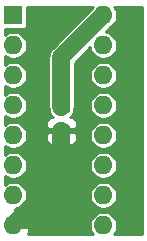
<source format=gbr>
G04 #@! TF.GenerationSoftware,KiCad,Pcbnew,(5.1.5)-3*
G04 #@! TF.CreationDate,2020-06-23T05:06:26-04:00*
G04 #@! TF.ProjectId,dip16tssop,64697031-3674-4737-936f-702e6b696361,rev?*
G04 #@! TF.SameCoordinates,Original*
G04 #@! TF.FileFunction,Copper,L2,Bot*
G04 #@! TF.FilePolarity,Positive*
%FSLAX46Y46*%
G04 Gerber Fmt 4.6, Leading zero omitted, Abs format (unit mm)*
G04 Created by KiCad (PCBNEW (5.1.5)-3) date 2020-06-23 05:06:26*
%MOMM*%
%LPD*%
G04 APERTURE LIST*
%ADD10C,0.100000*%
%ADD11R,1.600000X1.600000*%
%ADD12O,1.600000X1.600000*%
%ADD13C,0.800000*%
%ADD14C,1.500000*%
%ADD15C,0.239000*%
G04 APERTURE END LIST*
G04 #@! TA.AperFunction,SMDPad,CuDef*
D10*
G36*
X111218505Y-78284204D02*
G01*
X111242773Y-78287804D01*
X111266572Y-78293765D01*
X111289671Y-78302030D01*
X111311850Y-78312520D01*
X111332893Y-78325132D01*
X111352599Y-78339747D01*
X111370777Y-78356223D01*
X111387253Y-78374401D01*
X111401868Y-78394107D01*
X111414480Y-78415150D01*
X111424970Y-78437329D01*
X111433235Y-78460428D01*
X111439196Y-78484227D01*
X111442796Y-78508495D01*
X111444000Y-78532999D01*
X111444000Y-79183001D01*
X111442796Y-79207505D01*
X111439196Y-79231773D01*
X111433235Y-79255572D01*
X111424970Y-79278671D01*
X111414480Y-79300850D01*
X111401868Y-79321893D01*
X111387253Y-79341599D01*
X111370777Y-79359777D01*
X111352599Y-79376253D01*
X111332893Y-79390868D01*
X111311850Y-79403480D01*
X111289671Y-79413970D01*
X111266572Y-79422235D01*
X111242773Y-79428196D01*
X111218505Y-79431796D01*
X111194001Y-79433000D01*
X110293999Y-79433000D01*
X110269495Y-79431796D01*
X110245227Y-79428196D01*
X110221428Y-79422235D01*
X110198329Y-79413970D01*
X110176150Y-79403480D01*
X110155107Y-79390868D01*
X110135401Y-79376253D01*
X110117223Y-79359777D01*
X110100747Y-79341599D01*
X110086132Y-79321893D01*
X110073520Y-79300850D01*
X110063030Y-79278671D01*
X110054765Y-79255572D01*
X110048804Y-79231773D01*
X110045204Y-79207505D01*
X110044000Y-79183001D01*
X110044000Y-78532999D01*
X110045204Y-78508495D01*
X110048804Y-78484227D01*
X110054765Y-78460428D01*
X110063030Y-78437329D01*
X110073520Y-78415150D01*
X110086132Y-78394107D01*
X110100747Y-78374401D01*
X110117223Y-78356223D01*
X110135401Y-78339747D01*
X110155107Y-78325132D01*
X110176150Y-78312520D01*
X110198329Y-78302030D01*
X110221428Y-78293765D01*
X110245227Y-78287804D01*
X110269495Y-78284204D01*
X110293999Y-78283000D01*
X111194001Y-78283000D01*
X111218505Y-78284204D01*
G37*
G04 #@! TD.AperFunction*
G04 #@! TA.AperFunction,SMDPad,CuDef*
G36*
X111218505Y-80334204D02*
G01*
X111242773Y-80337804D01*
X111266572Y-80343765D01*
X111289671Y-80352030D01*
X111311850Y-80362520D01*
X111332893Y-80375132D01*
X111352599Y-80389747D01*
X111370777Y-80406223D01*
X111387253Y-80424401D01*
X111401868Y-80444107D01*
X111414480Y-80465150D01*
X111424970Y-80487329D01*
X111433235Y-80510428D01*
X111439196Y-80534227D01*
X111442796Y-80558495D01*
X111444000Y-80582999D01*
X111444000Y-81233001D01*
X111442796Y-81257505D01*
X111439196Y-81281773D01*
X111433235Y-81305572D01*
X111424970Y-81328671D01*
X111414480Y-81350850D01*
X111401868Y-81371893D01*
X111387253Y-81391599D01*
X111370777Y-81409777D01*
X111352599Y-81426253D01*
X111332893Y-81440868D01*
X111311850Y-81453480D01*
X111289671Y-81463970D01*
X111266572Y-81472235D01*
X111242773Y-81478196D01*
X111218505Y-81481796D01*
X111194001Y-81483000D01*
X110293999Y-81483000D01*
X110269495Y-81481796D01*
X110245227Y-81478196D01*
X110221428Y-81472235D01*
X110198329Y-81463970D01*
X110176150Y-81453480D01*
X110155107Y-81440868D01*
X110135401Y-81426253D01*
X110117223Y-81409777D01*
X110100747Y-81391599D01*
X110086132Y-81371893D01*
X110073520Y-81350850D01*
X110063030Y-81328671D01*
X110054765Y-81305572D01*
X110048804Y-81281773D01*
X110045204Y-81257505D01*
X110044000Y-81233001D01*
X110044000Y-80582999D01*
X110045204Y-80558495D01*
X110048804Y-80534227D01*
X110054765Y-80510428D01*
X110063030Y-80487329D01*
X110073520Y-80465150D01*
X110086132Y-80444107D01*
X110100747Y-80424401D01*
X110117223Y-80406223D01*
X110135401Y-80389747D01*
X110155107Y-80375132D01*
X110176150Y-80362520D01*
X110198329Y-80352030D01*
X110221428Y-80343765D01*
X110245227Y-80337804D01*
X110269495Y-80334204D01*
X110293999Y-80333000D01*
X111194001Y-80333000D01*
X111218505Y-80334204D01*
G37*
G04 #@! TD.AperFunction*
D11*
X106680000Y-71120000D03*
D12*
X114300000Y-88900000D03*
X106680000Y-73660000D03*
X114300000Y-86360000D03*
X106680000Y-76200000D03*
X114300000Y-83820000D03*
X106680000Y-78740000D03*
X114300000Y-81280000D03*
X106680000Y-81280000D03*
X114300000Y-78740000D03*
X106680000Y-83820000D03*
X114300000Y-76200000D03*
X106680000Y-86360000D03*
X114300000Y-73660000D03*
X106680000Y-88900000D03*
X114300000Y-71120000D03*
D13*
X110490000Y-71882000D03*
X108839000Y-73914000D03*
X116586000Y-88392000D03*
X116586000Y-71374000D03*
X108305600Y-81102200D03*
X108305600Y-78917800D03*
D14*
X110744000Y-74676000D02*
X114300000Y-71120000D01*
X110744000Y-78858000D02*
X110744000Y-74676000D01*
X110744000Y-84836000D02*
X110744000Y-80908000D01*
X106680000Y-88900000D02*
X110744000Y-84836000D01*
D15*
G36*
X113273351Y-70571245D02*
G01*
X113267872Y-70584472D01*
X109998679Y-73853667D01*
X109956381Y-73888380D01*
X109866482Y-73997922D01*
X109817857Y-74057172D01*
X109714925Y-74249744D01*
X109651540Y-74458697D01*
X109630138Y-74676000D01*
X109635501Y-74730452D01*
X109635500Y-78912449D01*
X109651540Y-79075303D01*
X109683766Y-79181538D01*
X109683766Y-79183001D01*
X109695491Y-79302052D01*
X109730217Y-79416527D01*
X109786609Y-79522028D01*
X109862499Y-79614501D01*
X109954972Y-79690391D01*
X109987897Y-79707990D01*
X109920989Y-79714580D01*
X109802704Y-79750461D01*
X109693693Y-79808728D01*
X109598144Y-79887144D01*
X109519728Y-79982693D01*
X109461461Y-80091704D01*
X109425580Y-80209989D01*
X109413464Y-80333000D01*
X109416500Y-80616625D01*
X109573375Y-80773500D01*
X110609500Y-80773500D01*
X110609500Y-80753500D01*
X110878500Y-80753500D01*
X110878500Y-80773500D01*
X111914625Y-80773500D01*
X112071500Y-80616625D01*
X112074536Y-80333000D01*
X112062420Y-80209989D01*
X112026539Y-80091704D01*
X111968272Y-79982693D01*
X111889856Y-79887144D01*
X111794307Y-79808728D01*
X111685296Y-79750461D01*
X111567011Y-79714580D01*
X111500103Y-79707990D01*
X111533028Y-79690391D01*
X111625501Y-79614501D01*
X111701391Y-79522028D01*
X111757783Y-79416527D01*
X111792509Y-79302052D01*
X111804234Y-79183001D01*
X111804234Y-79181539D01*
X111836460Y-79075304D01*
X111852500Y-78912450D01*
X111852500Y-78625898D01*
X113141500Y-78625898D01*
X113141500Y-78854102D01*
X113186021Y-79077922D01*
X113273351Y-79288755D01*
X113400135Y-79478500D01*
X113561500Y-79639865D01*
X113751245Y-79766649D01*
X113962078Y-79853979D01*
X114185898Y-79898500D01*
X114414102Y-79898500D01*
X114637922Y-79853979D01*
X114848755Y-79766649D01*
X115038500Y-79639865D01*
X115199865Y-79478500D01*
X115326649Y-79288755D01*
X115413979Y-79077922D01*
X115458500Y-78854102D01*
X115458500Y-78625898D01*
X115413979Y-78402078D01*
X115326649Y-78191245D01*
X115199865Y-78001500D01*
X115038500Y-77840135D01*
X114848755Y-77713351D01*
X114637922Y-77626021D01*
X114414102Y-77581500D01*
X114185898Y-77581500D01*
X113962078Y-77626021D01*
X113751245Y-77713351D01*
X113561500Y-77840135D01*
X113400135Y-78001500D01*
X113273351Y-78191245D01*
X113186021Y-78402078D01*
X113141500Y-78625898D01*
X111852500Y-78625898D01*
X111852500Y-76085898D01*
X113141500Y-76085898D01*
X113141500Y-76314102D01*
X113186021Y-76537922D01*
X113273351Y-76748755D01*
X113400135Y-76938500D01*
X113561500Y-77099865D01*
X113751245Y-77226649D01*
X113962078Y-77313979D01*
X114185898Y-77358500D01*
X114414102Y-77358500D01*
X114637922Y-77313979D01*
X114848755Y-77226649D01*
X115038500Y-77099865D01*
X115199865Y-76938500D01*
X115326649Y-76748755D01*
X115413979Y-76537922D01*
X115458500Y-76314102D01*
X115458500Y-76085898D01*
X115413979Y-75862078D01*
X115326649Y-75651245D01*
X115199865Y-75461500D01*
X115038500Y-75300135D01*
X114848755Y-75173351D01*
X114637922Y-75086021D01*
X114414102Y-75041500D01*
X114185898Y-75041500D01*
X113962078Y-75086021D01*
X113751245Y-75173351D01*
X113561500Y-75300135D01*
X113400135Y-75461500D01*
X113273351Y-75651245D01*
X113186021Y-75862078D01*
X113141500Y-76085898D01*
X111852500Y-76085898D01*
X111852500Y-75135154D01*
X113153454Y-73834200D01*
X113186021Y-73997922D01*
X113273351Y-74208755D01*
X113400135Y-74398500D01*
X113561500Y-74559865D01*
X113751245Y-74686649D01*
X113962078Y-74773979D01*
X114185898Y-74818500D01*
X114414102Y-74818500D01*
X114637922Y-74773979D01*
X114848755Y-74686649D01*
X115038500Y-74559865D01*
X115199865Y-74398500D01*
X115326649Y-74208755D01*
X115413979Y-73997922D01*
X115458500Y-73774102D01*
X115458500Y-73545898D01*
X115413979Y-73322078D01*
X115326649Y-73111245D01*
X115199865Y-72921500D01*
X115038500Y-72760135D01*
X114848755Y-72633351D01*
X114637922Y-72546021D01*
X114474201Y-72513455D01*
X114835528Y-72152128D01*
X114848755Y-72146649D01*
X115038500Y-72019865D01*
X115199865Y-71858500D01*
X115326649Y-71668755D01*
X115413979Y-71457922D01*
X115458500Y-71234102D01*
X115458500Y-71005898D01*
X115413979Y-70782078D01*
X115326649Y-70571245D01*
X115209220Y-70395500D01*
X117564501Y-70395500D01*
X117564500Y-89624500D01*
X115209220Y-89624500D01*
X115326649Y-89448755D01*
X115413979Y-89237922D01*
X115458500Y-89014102D01*
X115458500Y-88785898D01*
X115413979Y-88562078D01*
X115326649Y-88351245D01*
X115199865Y-88161500D01*
X115038500Y-88000135D01*
X114848755Y-87873351D01*
X114637922Y-87786021D01*
X114414102Y-87741500D01*
X114185898Y-87741500D01*
X113962078Y-87786021D01*
X113751245Y-87873351D01*
X113561500Y-88000135D01*
X113400135Y-88161500D01*
X113273351Y-88351245D01*
X113186021Y-88562078D01*
X113141500Y-88785898D01*
X113141500Y-89014102D01*
X113186021Y-89237922D01*
X113273351Y-89448755D01*
X113390780Y-89624500D01*
X107909738Y-89624500D01*
X108026922Y-89372836D01*
X108062613Y-89255161D01*
X107943486Y-89034500D01*
X106814500Y-89034500D01*
X106814500Y-89054500D01*
X106545500Y-89054500D01*
X106545500Y-89034500D01*
X106525500Y-89034500D01*
X106525500Y-88765500D01*
X106545500Y-88765500D01*
X106545500Y-88745500D01*
X106814500Y-88745500D01*
X106814500Y-88765500D01*
X107943486Y-88765500D01*
X108062613Y-88544839D01*
X108026922Y-88427164D01*
X107908796Y-88173478D01*
X107743448Y-87947712D01*
X107537232Y-87758542D01*
X107298073Y-87613237D01*
X107035162Y-87517382D01*
X106814502Y-87635719D01*
X106814502Y-87514442D01*
X107017922Y-87473979D01*
X107228755Y-87386649D01*
X107418500Y-87259865D01*
X107579865Y-87098500D01*
X107706649Y-86908755D01*
X107793979Y-86697922D01*
X107838500Y-86474102D01*
X107838500Y-86245898D01*
X113141500Y-86245898D01*
X113141500Y-86474102D01*
X113186021Y-86697922D01*
X113273351Y-86908755D01*
X113400135Y-87098500D01*
X113561500Y-87259865D01*
X113751245Y-87386649D01*
X113962078Y-87473979D01*
X114185898Y-87518500D01*
X114414102Y-87518500D01*
X114637922Y-87473979D01*
X114848755Y-87386649D01*
X115038500Y-87259865D01*
X115199865Y-87098500D01*
X115326649Y-86908755D01*
X115413979Y-86697922D01*
X115458500Y-86474102D01*
X115458500Y-86245898D01*
X115413979Y-86022078D01*
X115326649Y-85811245D01*
X115199865Y-85621500D01*
X115038500Y-85460135D01*
X114848755Y-85333351D01*
X114637922Y-85246021D01*
X114414102Y-85201500D01*
X114185898Y-85201500D01*
X113962078Y-85246021D01*
X113751245Y-85333351D01*
X113561500Y-85460135D01*
X113400135Y-85621500D01*
X113273351Y-85811245D01*
X113186021Y-86022078D01*
X113141500Y-86245898D01*
X107838500Y-86245898D01*
X107793979Y-86022078D01*
X107706649Y-85811245D01*
X107579865Y-85621500D01*
X107418500Y-85460135D01*
X107228755Y-85333351D01*
X107017922Y-85246021D01*
X106794102Y-85201500D01*
X106565898Y-85201500D01*
X106342078Y-85246021D01*
X106131245Y-85333351D01*
X105955500Y-85450780D01*
X105955500Y-84729220D01*
X106131245Y-84846649D01*
X106342078Y-84933979D01*
X106565898Y-84978500D01*
X106794102Y-84978500D01*
X107017922Y-84933979D01*
X107228755Y-84846649D01*
X107418500Y-84719865D01*
X107579865Y-84558500D01*
X107706649Y-84368755D01*
X107793979Y-84157922D01*
X107838500Y-83934102D01*
X107838500Y-83705898D01*
X113141500Y-83705898D01*
X113141500Y-83934102D01*
X113186021Y-84157922D01*
X113273351Y-84368755D01*
X113400135Y-84558500D01*
X113561500Y-84719865D01*
X113751245Y-84846649D01*
X113962078Y-84933979D01*
X114185898Y-84978500D01*
X114414102Y-84978500D01*
X114637922Y-84933979D01*
X114848755Y-84846649D01*
X115038500Y-84719865D01*
X115199865Y-84558500D01*
X115326649Y-84368755D01*
X115413979Y-84157922D01*
X115458500Y-83934102D01*
X115458500Y-83705898D01*
X115413979Y-83482078D01*
X115326649Y-83271245D01*
X115199865Y-83081500D01*
X115038500Y-82920135D01*
X114848755Y-82793351D01*
X114637922Y-82706021D01*
X114414102Y-82661500D01*
X114185898Y-82661500D01*
X113962078Y-82706021D01*
X113751245Y-82793351D01*
X113561500Y-82920135D01*
X113400135Y-83081500D01*
X113273351Y-83271245D01*
X113186021Y-83482078D01*
X113141500Y-83705898D01*
X107838500Y-83705898D01*
X107793979Y-83482078D01*
X107706649Y-83271245D01*
X107579865Y-83081500D01*
X107418500Y-82920135D01*
X107228755Y-82793351D01*
X107017922Y-82706021D01*
X106794102Y-82661500D01*
X106565898Y-82661500D01*
X106342078Y-82706021D01*
X106131245Y-82793351D01*
X105955500Y-82910780D01*
X105955500Y-82189220D01*
X106131245Y-82306649D01*
X106342078Y-82393979D01*
X106565898Y-82438500D01*
X106794102Y-82438500D01*
X107017922Y-82393979D01*
X107228755Y-82306649D01*
X107418500Y-82179865D01*
X107579865Y-82018500D01*
X107706649Y-81828755D01*
X107793979Y-81617922D01*
X107820816Y-81483000D01*
X109413464Y-81483000D01*
X109425580Y-81606011D01*
X109461461Y-81724296D01*
X109519728Y-81833307D01*
X109598144Y-81928856D01*
X109693693Y-82007272D01*
X109802704Y-82065539D01*
X109920989Y-82101420D01*
X110044000Y-82113536D01*
X110452625Y-82110500D01*
X110609500Y-81953625D01*
X110609500Y-81042500D01*
X110878500Y-81042500D01*
X110878500Y-81953625D01*
X111035375Y-82110500D01*
X111444000Y-82113536D01*
X111567011Y-82101420D01*
X111685296Y-82065539D01*
X111794307Y-82007272D01*
X111889856Y-81928856D01*
X111968272Y-81833307D01*
X112026539Y-81724296D01*
X112062420Y-81606011D01*
X112074536Y-81483000D01*
X112071500Y-81199375D01*
X112038023Y-81165898D01*
X113141500Y-81165898D01*
X113141500Y-81394102D01*
X113186021Y-81617922D01*
X113273351Y-81828755D01*
X113400135Y-82018500D01*
X113561500Y-82179865D01*
X113751245Y-82306649D01*
X113962078Y-82393979D01*
X114185898Y-82438500D01*
X114414102Y-82438500D01*
X114637922Y-82393979D01*
X114848755Y-82306649D01*
X115038500Y-82179865D01*
X115199865Y-82018500D01*
X115326649Y-81828755D01*
X115413979Y-81617922D01*
X115458500Y-81394102D01*
X115458500Y-81165898D01*
X115413979Y-80942078D01*
X115326649Y-80731245D01*
X115199865Y-80541500D01*
X115038500Y-80380135D01*
X114848755Y-80253351D01*
X114637922Y-80166021D01*
X114414102Y-80121500D01*
X114185898Y-80121500D01*
X113962078Y-80166021D01*
X113751245Y-80253351D01*
X113561500Y-80380135D01*
X113400135Y-80541500D01*
X113273351Y-80731245D01*
X113186021Y-80942078D01*
X113141500Y-81165898D01*
X112038023Y-81165898D01*
X111914625Y-81042500D01*
X110878500Y-81042500D01*
X110609500Y-81042500D01*
X109573375Y-81042500D01*
X109416500Y-81199375D01*
X109413464Y-81483000D01*
X107820816Y-81483000D01*
X107838500Y-81394102D01*
X107838500Y-81165898D01*
X107793979Y-80942078D01*
X107706649Y-80731245D01*
X107579865Y-80541500D01*
X107418500Y-80380135D01*
X107228755Y-80253351D01*
X107017922Y-80166021D01*
X106794102Y-80121500D01*
X106565898Y-80121500D01*
X106342078Y-80166021D01*
X106131245Y-80253351D01*
X105955500Y-80370780D01*
X105955500Y-79649220D01*
X106131245Y-79766649D01*
X106342078Y-79853979D01*
X106565898Y-79898500D01*
X106794102Y-79898500D01*
X107017922Y-79853979D01*
X107228755Y-79766649D01*
X107418500Y-79639865D01*
X107579865Y-79478500D01*
X107706649Y-79288755D01*
X107793979Y-79077922D01*
X107838500Y-78854102D01*
X107838500Y-78625898D01*
X107793979Y-78402078D01*
X107706649Y-78191245D01*
X107579865Y-78001500D01*
X107418500Y-77840135D01*
X107228755Y-77713351D01*
X107017922Y-77626021D01*
X106794102Y-77581500D01*
X106565898Y-77581500D01*
X106342078Y-77626021D01*
X106131245Y-77713351D01*
X105955500Y-77830780D01*
X105955500Y-77109220D01*
X106131245Y-77226649D01*
X106342078Y-77313979D01*
X106565898Y-77358500D01*
X106794102Y-77358500D01*
X107017922Y-77313979D01*
X107228755Y-77226649D01*
X107418500Y-77099865D01*
X107579865Y-76938500D01*
X107706649Y-76748755D01*
X107793979Y-76537922D01*
X107838500Y-76314102D01*
X107838500Y-76085898D01*
X107793979Y-75862078D01*
X107706649Y-75651245D01*
X107579865Y-75461500D01*
X107418500Y-75300135D01*
X107228755Y-75173351D01*
X107017922Y-75086021D01*
X106794102Y-75041500D01*
X106565898Y-75041500D01*
X106342078Y-75086021D01*
X106131245Y-75173351D01*
X105955500Y-75290780D01*
X105955500Y-74569220D01*
X106131245Y-74686649D01*
X106342078Y-74773979D01*
X106565898Y-74818500D01*
X106794102Y-74818500D01*
X107017922Y-74773979D01*
X107228755Y-74686649D01*
X107418500Y-74559865D01*
X107579865Y-74398500D01*
X107706649Y-74208755D01*
X107793979Y-73997922D01*
X107838500Y-73774102D01*
X107838500Y-73545898D01*
X107793979Y-73322078D01*
X107706649Y-73111245D01*
X107579865Y-72921500D01*
X107418500Y-72760135D01*
X107228755Y-72633351D01*
X107017922Y-72546021D01*
X106794102Y-72501500D01*
X106565898Y-72501500D01*
X106342078Y-72546021D01*
X106131245Y-72633351D01*
X105955500Y-72750780D01*
X105955500Y-72280234D01*
X107480000Y-72280234D01*
X107550278Y-72273312D01*
X107617856Y-72252813D01*
X107680135Y-72219524D01*
X107734724Y-72174724D01*
X107779524Y-72120135D01*
X107812813Y-72057856D01*
X107833312Y-71990278D01*
X107840234Y-71920000D01*
X107840234Y-70395500D01*
X113390780Y-70395500D01*
X113273351Y-70571245D01*
G37*
X113273351Y-70571245D02*
X113267872Y-70584472D01*
X109998679Y-73853667D01*
X109956381Y-73888380D01*
X109866482Y-73997922D01*
X109817857Y-74057172D01*
X109714925Y-74249744D01*
X109651540Y-74458697D01*
X109630138Y-74676000D01*
X109635501Y-74730452D01*
X109635500Y-78912449D01*
X109651540Y-79075303D01*
X109683766Y-79181538D01*
X109683766Y-79183001D01*
X109695491Y-79302052D01*
X109730217Y-79416527D01*
X109786609Y-79522028D01*
X109862499Y-79614501D01*
X109954972Y-79690391D01*
X109987897Y-79707990D01*
X109920989Y-79714580D01*
X109802704Y-79750461D01*
X109693693Y-79808728D01*
X109598144Y-79887144D01*
X109519728Y-79982693D01*
X109461461Y-80091704D01*
X109425580Y-80209989D01*
X109413464Y-80333000D01*
X109416500Y-80616625D01*
X109573375Y-80773500D01*
X110609500Y-80773500D01*
X110609500Y-80753500D01*
X110878500Y-80753500D01*
X110878500Y-80773500D01*
X111914625Y-80773500D01*
X112071500Y-80616625D01*
X112074536Y-80333000D01*
X112062420Y-80209989D01*
X112026539Y-80091704D01*
X111968272Y-79982693D01*
X111889856Y-79887144D01*
X111794307Y-79808728D01*
X111685296Y-79750461D01*
X111567011Y-79714580D01*
X111500103Y-79707990D01*
X111533028Y-79690391D01*
X111625501Y-79614501D01*
X111701391Y-79522028D01*
X111757783Y-79416527D01*
X111792509Y-79302052D01*
X111804234Y-79183001D01*
X111804234Y-79181539D01*
X111836460Y-79075304D01*
X111852500Y-78912450D01*
X111852500Y-78625898D01*
X113141500Y-78625898D01*
X113141500Y-78854102D01*
X113186021Y-79077922D01*
X113273351Y-79288755D01*
X113400135Y-79478500D01*
X113561500Y-79639865D01*
X113751245Y-79766649D01*
X113962078Y-79853979D01*
X114185898Y-79898500D01*
X114414102Y-79898500D01*
X114637922Y-79853979D01*
X114848755Y-79766649D01*
X115038500Y-79639865D01*
X115199865Y-79478500D01*
X115326649Y-79288755D01*
X115413979Y-79077922D01*
X115458500Y-78854102D01*
X115458500Y-78625898D01*
X115413979Y-78402078D01*
X115326649Y-78191245D01*
X115199865Y-78001500D01*
X115038500Y-77840135D01*
X114848755Y-77713351D01*
X114637922Y-77626021D01*
X114414102Y-77581500D01*
X114185898Y-77581500D01*
X113962078Y-77626021D01*
X113751245Y-77713351D01*
X113561500Y-77840135D01*
X113400135Y-78001500D01*
X113273351Y-78191245D01*
X113186021Y-78402078D01*
X113141500Y-78625898D01*
X111852500Y-78625898D01*
X111852500Y-76085898D01*
X113141500Y-76085898D01*
X113141500Y-76314102D01*
X113186021Y-76537922D01*
X113273351Y-76748755D01*
X113400135Y-76938500D01*
X113561500Y-77099865D01*
X113751245Y-77226649D01*
X113962078Y-77313979D01*
X114185898Y-77358500D01*
X114414102Y-77358500D01*
X114637922Y-77313979D01*
X114848755Y-77226649D01*
X115038500Y-77099865D01*
X115199865Y-76938500D01*
X115326649Y-76748755D01*
X115413979Y-76537922D01*
X115458500Y-76314102D01*
X115458500Y-76085898D01*
X115413979Y-75862078D01*
X115326649Y-75651245D01*
X115199865Y-75461500D01*
X115038500Y-75300135D01*
X114848755Y-75173351D01*
X114637922Y-75086021D01*
X114414102Y-75041500D01*
X114185898Y-75041500D01*
X113962078Y-75086021D01*
X113751245Y-75173351D01*
X113561500Y-75300135D01*
X113400135Y-75461500D01*
X113273351Y-75651245D01*
X113186021Y-75862078D01*
X113141500Y-76085898D01*
X111852500Y-76085898D01*
X111852500Y-75135154D01*
X113153454Y-73834200D01*
X113186021Y-73997922D01*
X113273351Y-74208755D01*
X113400135Y-74398500D01*
X113561500Y-74559865D01*
X113751245Y-74686649D01*
X113962078Y-74773979D01*
X114185898Y-74818500D01*
X114414102Y-74818500D01*
X114637922Y-74773979D01*
X114848755Y-74686649D01*
X115038500Y-74559865D01*
X115199865Y-74398500D01*
X115326649Y-74208755D01*
X115413979Y-73997922D01*
X115458500Y-73774102D01*
X115458500Y-73545898D01*
X115413979Y-73322078D01*
X115326649Y-73111245D01*
X115199865Y-72921500D01*
X115038500Y-72760135D01*
X114848755Y-72633351D01*
X114637922Y-72546021D01*
X114474201Y-72513455D01*
X114835528Y-72152128D01*
X114848755Y-72146649D01*
X115038500Y-72019865D01*
X115199865Y-71858500D01*
X115326649Y-71668755D01*
X115413979Y-71457922D01*
X115458500Y-71234102D01*
X115458500Y-71005898D01*
X115413979Y-70782078D01*
X115326649Y-70571245D01*
X115209220Y-70395500D01*
X117564501Y-70395500D01*
X117564500Y-89624500D01*
X115209220Y-89624500D01*
X115326649Y-89448755D01*
X115413979Y-89237922D01*
X115458500Y-89014102D01*
X115458500Y-88785898D01*
X115413979Y-88562078D01*
X115326649Y-88351245D01*
X115199865Y-88161500D01*
X115038500Y-88000135D01*
X114848755Y-87873351D01*
X114637922Y-87786021D01*
X114414102Y-87741500D01*
X114185898Y-87741500D01*
X113962078Y-87786021D01*
X113751245Y-87873351D01*
X113561500Y-88000135D01*
X113400135Y-88161500D01*
X113273351Y-88351245D01*
X113186021Y-88562078D01*
X113141500Y-88785898D01*
X113141500Y-89014102D01*
X113186021Y-89237922D01*
X113273351Y-89448755D01*
X113390780Y-89624500D01*
X107909738Y-89624500D01*
X108026922Y-89372836D01*
X108062613Y-89255161D01*
X107943486Y-89034500D01*
X106814500Y-89034500D01*
X106814500Y-89054500D01*
X106545500Y-89054500D01*
X106545500Y-89034500D01*
X106525500Y-89034500D01*
X106525500Y-88765500D01*
X106545500Y-88765500D01*
X106545500Y-88745500D01*
X106814500Y-88745500D01*
X106814500Y-88765500D01*
X107943486Y-88765500D01*
X108062613Y-88544839D01*
X108026922Y-88427164D01*
X107908796Y-88173478D01*
X107743448Y-87947712D01*
X107537232Y-87758542D01*
X107298073Y-87613237D01*
X107035162Y-87517382D01*
X106814502Y-87635719D01*
X106814502Y-87514442D01*
X107017922Y-87473979D01*
X107228755Y-87386649D01*
X107418500Y-87259865D01*
X107579865Y-87098500D01*
X107706649Y-86908755D01*
X107793979Y-86697922D01*
X107838500Y-86474102D01*
X107838500Y-86245898D01*
X113141500Y-86245898D01*
X113141500Y-86474102D01*
X113186021Y-86697922D01*
X113273351Y-86908755D01*
X113400135Y-87098500D01*
X113561500Y-87259865D01*
X113751245Y-87386649D01*
X113962078Y-87473979D01*
X114185898Y-87518500D01*
X114414102Y-87518500D01*
X114637922Y-87473979D01*
X114848755Y-87386649D01*
X115038500Y-87259865D01*
X115199865Y-87098500D01*
X115326649Y-86908755D01*
X115413979Y-86697922D01*
X115458500Y-86474102D01*
X115458500Y-86245898D01*
X115413979Y-86022078D01*
X115326649Y-85811245D01*
X115199865Y-85621500D01*
X115038500Y-85460135D01*
X114848755Y-85333351D01*
X114637922Y-85246021D01*
X114414102Y-85201500D01*
X114185898Y-85201500D01*
X113962078Y-85246021D01*
X113751245Y-85333351D01*
X113561500Y-85460135D01*
X113400135Y-85621500D01*
X113273351Y-85811245D01*
X113186021Y-86022078D01*
X113141500Y-86245898D01*
X107838500Y-86245898D01*
X107793979Y-86022078D01*
X107706649Y-85811245D01*
X107579865Y-85621500D01*
X107418500Y-85460135D01*
X107228755Y-85333351D01*
X107017922Y-85246021D01*
X106794102Y-85201500D01*
X106565898Y-85201500D01*
X106342078Y-85246021D01*
X106131245Y-85333351D01*
X105955500Y-85450780D01*
X105955500Y-84729220D01*
X106131245Y-84846649D01*
X106342078Y-84933979D01*
X106565898Y-84978500D01*
X106794102Y-84978500D01*
X107017922Y-84933979D01*
X107228755Y-84846649D01*
X107418500Y-84719865D01*
X107579865Y-84558500D01*
X107706649Y-84368755D01*
X107793979Y-84157922D01*
X107838500Y-83934102D01*
X107838500Y-83705898D01*
X113141500Y-83705898D01*
X113141500Y-83934102D01*
X113186021Y-84157922D01*
X113273351Y-84368755D01*
X113400135Y-84558500D01*
X113561500Y-84719865D01*
X113751245Y-84846649D01*
X113962078Y-84933979D01*
X114185898Y-84978500D01*
X114414102Y-84978500D01*
X114637922Y-84933979D01*
X114848755Y-84846649D01*
X115038500Y-84719865D01*
X115199865Y-84558500D01*
X115326649Y-84368755D01*
X115413979Y-84157922D01*
X115458500Y-83934102D01*
X115458500Y-83705898D01*
X115413979Y-83482078D01*
X115326649Y-83271245D01*
X115199865Y-83081500D01*
X115038500Y-82920135D01*
X114848755Y-82793351D01*
X114637922Y-82706021D01*
X114414102Y-82661500D01*
X114185898Y-82661500D01*
X113962078Y-82706021D01*
X113751245Y-82793351D01*
X113561500Y-82920135D01*
X113400135Y-83081500D01*
X113273351Y-83271245D01*
X113186021Y-83482078D01*
X113141500Y-83705898D01*
X107838500Y-83705898D01*
X107793979Y-83482078D01*
X107706649Y-83271245D01*
X107579865Y-83081500D01*
X107418500Y-82920135D01*
X107228755Y-82793351D01*
X107017922Y-82706021D01*
X106794102Y-82661500D01*
X106565898Y-82661500D01*
X106342078Y-82706021D01*
X106131245Y-82793351D01*
X105955500Y-82910780D01*
X105955500Y-82189220D01*
X106131245Y-82306649D01*
X106342078Y-82393979D01*
X106565898Y-82438500D01*
X106794102Y-82438500D01*
X107017922Y-82393979D01*
X107228755Y-82306649D01*
X107418500Y-82179865D01*
X107579865Y-82018500D01*
X107706649Y-81828755D01*
X107793979Y-81617922D01*
X107820816Y-81483000D01*
X109413464Y-81483000D01*
X109425580Y-81606011D01*
X109461461Y-81724296D01*
X109519728Y-81833307D01*
X109598144Y-81928856D01*
X109693693Y-82007272D01*
X109802704Y-82065539D01*
X109920989Y-82101420D01*
X110044000Y-82113536D01*
X110452625Y-82110500D01*
X110609500Y-81953625D01*
X110609500Y-81042500D01*
X110878500Y-81042500D01*
X110878500Y-81953625D01*
X111035375Y-82110500D01*
X111444000Y-82113536D01*
X111567011Y-82101420D01*
X111685296Y-82065539D01*
X111794307Y-82007272D01*
X111889856Y-81928856D01*
X111968272Y-81833307D01*
X112026539Y-81724296D01*
X112062420Y-81606011D01*
X112074536Y-81483000D01*
X112071500Y-81199375D01*
X112038023Y-81165898D01*
X113141500Y-81165898D01*
X113141500Y-81394102D01*
X113186021Y-81617922D01*
X113273351Y-81828755D01*
X113400135Y-82018500D01*
X113561500Y-82179865D01*
X113751245Y-82306649D01*
X113962078Y-82393979D01*
X114185898Y-82438500D01*
X114414102Y-82438500D01*
X114637922Y-82393979D01*
X114848755Y-82306649D01*
X115038500Y-82179865D01*
X115199865Y-82018500D01*
X115326649Y-81828755D01*
X115413979Y-81617922D01*
X115458500Y-81394102D01*
X115458500Y-81165898D01*
X115413979Y-80942078D01*
X115326649Y-80731245D01*
X115199865Y-80541500D01*
X115038500Y-80380135D01*
X114848755Y-80253351D01*
X114637922Y-80166021D01*
X114414102Y-80121500D01*
X114185898Y-80121500D01*
X113962078Y-80166021D01*
X113751245Y-80253351D01*
X113561500Y-80380135D01*
X113400135Y-80541500D01*
X113273351Y-80731245D01*
X113186021Y-80942078D01*
X113141500Y-81165898D01*
X112038023Y-81165898D01*
X111914625Y-81042500D01*
X110878500Y-81042500D01*
X110609500Y-81042500D01*
X109573375Y-81042500D01*
X109416500Y-81199375D01*
X109413464Y-81483000D01*
X107820816Y-81483000D01*
X107838500Y-81394102D01*
X107838500Y-81165898D01*
X107793979Y-80942078D01*
X107706649Y-80731245D01*
X107579865Y-80541500D01*
X107418500Y-80380135D01*
X107228755Y-80253351D01*
X107017922Y-80166021D01*
X106794102Y-80121500D01*
X106565898Y-80121500D01*
X106342078Y-80166021D01*
X106131245Y-80253351D01*
X105955500Y-80370780D01*
X105955500Y-79649220D01*
X106131245Y-79766649D01*
X106342078Y-79853979D01*
X106565898Y-79898500D01*
X106794102Y-79898500D01*
X107017922Y-79853979D01*
X107228755Y-79766649D01*
X107418500Y-79639865D01*
X107579865Y-79478500D01*
X107706649Y-79288755D01*
X107793979Y-79077922D01*
X107838500Y-78854102D01*
X107838500Y-78625898D01*
X107793979Y-78402078D01*
X107706649Y-78191245D01*
X107579865Y-78001500D01*
X107418500Y-77840135D01*
X107228755Y-77713351D01*
X107017922Y-77626021D01*
X106794102Y-77581500D01*
X106565898Y-77581500D01*
X106342078Y-77626021D01*
X106131245Y-77713351D01*
X105955500Y-77830780D01*
X105955500Y-77109220D01*
X106131245Y-77226649D01*
X106342078Y-77313979D01*
X106565898Y-77358500D01*
X106794102Y-77358500D01*
X107017922Y-77313979D01*
X107228755Y-77226649D01*
X107418500Y-77099865D01*
X107579865Y-76938500D01*
X107706649Y-76748755D01*
X107793979Y-76537922D01*
X107838500Y-76314102D01*
X107838500Y-76085898D01*
X107793979Y-75862078D01*
X107706649Y-75651245D01*
X107579865Y-75461500D01*
X107418500Y-75300135D01*
X107228755Y-75173351D01*
X107017922Y-75086021D01*
X106794102Y-75041500D01*
X106565898Y-75041500D01*
X106342078Y-75086021D01*
X106131245Y-75173351D01*
X105955500Y-75290780D01*
X105955500Y-74569220D01*
X106131245Y-74686649D01*
X106342078Y-74773979D01*
X106565898Y-74818500D01*
X106794102Y-74818500D01*
X107017922Y-74773979D01*
X107228755Y-74686649D01*
X107418500Y-74559865D01*
X107579865Y-74398500D01*
X107706649Y-74208755D01*
X107793979Y-73997922D01*
X107838500Y-73774102D01*
X107838500Y-73545898D01*
X107793979Y-73322078D01*
X107706649Y-73111245D01*
X107579865Y-72921500D01*
X107418500Y-72760135D01*
X107228755Y-72633351D01*
X107017922Y-72546021D01*
X106794102Y-72501500D01*
X106565898Y-72501500D01*
X106342078Y-72546021D01*
X106131245Y-72633351D01*
X105955500Y-72750780D01*
X105955500Y-72280234D01*
X107480000Y-72280234D01*
X107550278Y-72273312D01*
X107617856Y-72252813D01*
X107680135Y-72219524D01*
X107734724Y-72174724D01*
X107779524Y-72120135D01*
X107812813Y-72057856D01*
X107833312Y-71990278D01*
X107840234Y-71920000D01*
X107840234Y-70395500D01*
X113390780Y-70395500D01*
X113273351Y-70571245D01*
M02*

</source>
